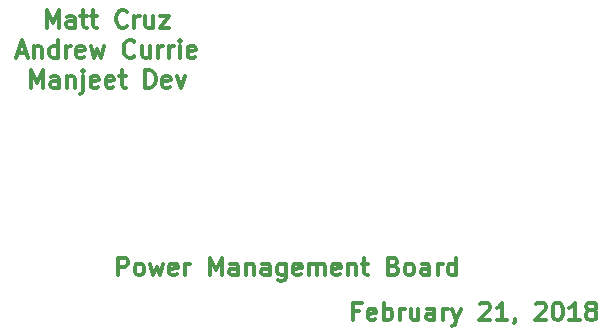
<source format=gbr>
G04 #@! TF.GenerationSoftware,KiCad,Pcbnew,(5.0.1)-3*
G04 #@! TF.CreationDate,2019-02-21T23:49:24-07:00*
G04 #@! TF.ProjectId,PowerManagement2019,506F7765724D616E6167656D656E7432,rev?*
G04 #@! TF.SameCoordinates,Original*
G04 #@! TF.FileFunction,Paste,Bot*
G04 #@! TF.FilePolarity,Positive*
%FSLAX46Y46*%
G04 Gerber Fmt 4.6, Leading zero omitted, Abs format (unit mm)*
G04 Created by KiCad (PCBNEW (5.0.1)-3) date 2019-02-21 11:49:24 PM*
%MOMM*%
%LPD*%
G01*
G04 APERTURE LIST*
%ADD10C,0.300000*%
G04 APERTURE END LIST*
D10*
X207420000Y-192932857D02*
X206920000Y-192932857D01*
X206920000Y-193718571D02*
X206920000Y-192218571D01*
X207634285Y-192218571D01*
X208777142Y-193647142D02*
X208634285Y-193718571D01*
X208348571Y-193718571D01*
X208205714Y-193647142D01*
X208134285Y-193504285D01*
X208134285Y-192932857D01*
X208205714Y-192790000D01*
X208348571Y-192718571D01*
X208634285Y-192718571D01*
X208777142Y-192790000D01*
X208848571Y-192932857D01*
X208848571Y-193075714D01*
X208134285Y-193218571D01*
X209491428Y-193718571D02*
X209491428Y-192218571D01*
X209491428Y-192790000D02*
X209634285Y-192718571D01*
X209920000Y-192718571D01*
X210062857Y-192790000D01*
X210134285Y-192861428D01*
X210205714Y-193004285D01*
X210205714Y-193432857D01*
X210134285Y-193575714D01*
X210062857Y-193647142D01*
X209920000Y-193718571D01*
X209634285Y-193718571D01*
X209491428Y-193647142D01*
X210848571Y-193718571D02*
X210848571Y-192718571D01*
X210848571Y-193004285D02*
X210920000Y-192861428D01*
X210991428Y-192790000D01*
X211134285Y-192718571D01*
X211277142Y-192718571D01*
X212420000Y-192718571D02*
X212420000Y-193718571D01*
X211777142Y-192718571D02*
X211777142Y-193504285D01*
X211848571Y-193647142D01*
X211991428Y-193718571D01*
X212205714Y-193718571D01*
X212348571Y-193647142D01*
X212420000Y-193575714D01*
X213777142Y-193718571D02*
X213777142Y-192932857D01*
X213705714Y-192790000D01*
X213562857Y-192718571D01*
X213277142Y-192718571D01*
X213134285Y-192790000D01*
X213777142Y-193647142D02*
X213634285Y-193718571D01*
X213277142Y-193718571D01*
X213134285Y-193647142D01*
X213062857Y-193504285D01*
X213062857Y-193361428D01*
X213134285Y-193218571D01*
X213277142Y-193147142D01*
X213634285Y-193147142D01*
X213777142Y-193075714D01*
X214491428Y-193718571D02*
X214491428Y-192718571D01*
X214491428Y-193004285D02*
X214562857Y-192861428D01*
X214634285Y-192790000D01*
X214777142Y-192718571D01*
X214920000Y-192718571D01*
X215277142Y-192718571D02*
X215634285Y-193718571D01*
X215991428Y-192718571D02*
X215634285Y-193718571D01*
X215491428Y-194075714D01*
X215420000Y-194147142D01*
X215277142Y-194218571D01*
X217634285Y-192361428D02*
X217705714Y-192290000D01*
X217848571Y-192218571D01*
X218205714Y-192218571D01*
X218348571Y-192290000D01*
X218420000Y-192361428D01*
X218491428Y-192504285D01*
X218491428Y-192647142D01*
X218420000Y-192861428D01*
X217562857Y-193718571D01*
X218491428Y-193718571D01*
X219920000Y-193718571D02*
X219062857Y-193718571D01*
X219491428Y-193718571D02*
X219491428Y-192218571D01*
X219348571Y-192432857D01*
X219205714Y-192575714D01*
X219062857Y-192647142D01*
X220634285Y-193647142D02*
X220634285Y-193718571D01*
X220562857Y-193861428D01*
X220491428Y-193932857D01*
X222348571Y-192361428D02*
X222420000Y-192290000D01*
X222562857Y-192218571D01*
X222920000Y-192218571D01*
X223062857Y-192290000D01*
X223134285Y-192361428D01*
X223205714Y-192504285D01*
X223205714Y-192647142D01*
X223134285Y-192861428D01*
X222277142Y-193718571D01*
X223205714Y-193718571D01*
X224134285Y-192218571D02*
X224277142Y-192218571D01*
X224420000Y-192290000D01*
X224491428Y-192361428D01*
X224562857Y-192504285D01*
X224634285Y-192790000D01*
X224634285Y-193147142D01*
X224562857Y-193432857D01*
X224491428Y-193575714D01*
X224420000Y-193647142D01*
X224277142Y-193718571D01*
X224134285Y-193718571D01*
X223991428Y-193647142D01*
X223920000Y-193575714D01*
X223848571Y-193432857D01*
X223777142Y-193147142D01*
X223777142Y-192790000D01*
X223848571Y-192504285D01*
X223920000Y-192361428D01*
X223991428Y-192290000D01*
X224134285Y-192218571D01*
X226062857Y-193718571D02*
X225205714Y-193718571D01*
X225634285Y-193718571D02*
X225634285Y-192218571D01*
X225491428Y-192432857D01*
X225348571Y-192575714D01*
X225205714Y-192647142D01*
X226920000Y-192861428D02*
X226777142Y-192790000D01*
X226705714Y-192718571D01*
X226634285Y-192575714D01*
X226634285Y-192504285D01*
X226705714Y-192361428D01*
X226777142Y-192290000D01*
X226920000Y-192218571D01*
X227205714Y-192218571D01*
X227348571Y-192290000D01*
X227420000Y-192361428D01*
X227491428Y-192504285D01*
X227491428Y-192575714D01*
X227420000Y-192718571D01*
X227348571Y-192790000D01*
X227205714Y-192861428D01*
X226920000Y-192861428D01*
X226777142Y-192932857D01*
X226705714Y-193004285D01*
X226634285Y-193147142D01*
X226634285Y-193432857D01*
X226705714Y-193575714D01*
X226777142Y-193647142D01*
X226920000Y-193718571D01*
X227205714Y-193718571D01*
X227348571Y-193647142D01*
X227420000Y-193575714D01*
X227491428Y-193432857D01*
X227491428Y-193147142D01*
X227420000Y-193004285D01*
X227348571Y-192932857D01*
X227205714Y-192861428D01*
X186973571Y-189908571D02*
X186973571Y-188408571D01*
X187545000Y-188408571D01*
X187687857Y-188480000D01*
X187759285Y-188551428D01*
X187830714Y-188694285D01*
X187830714Y-188908571D01*
X187759285Y-189051428D01*
X187687857Y-189122857D01*
X187545000Y-189194285D01*
X186973571Y-189194285D01*
X188687857Y-189908571D02*
X188545000Y-189837142D01*
X188473571Y-189765714D01*
X188402142Y-189622857D01*
X188402142Y-189194285D01*
X188473571Y-189051428D01*
X188545000Y-188980000D01*
X188687857Y-188908571D01*
X188902142Y-188908571D01*
X189045000Y-188980000D01*
X189116428Y-189051428D01*
X189187857Y-189194285D01*
X189187857Y-189622857D01*
X189116428Y-189765714D01*
X189045000Y-189837142D01*
X188902142Y-189908571D01*
X188687857Y-189908571D01*
X189687857Y-188908571D02*
X189973571Y-189908571D01*
X190259285Y-189194285D01*
X190545000Y-189908571D01*
X190830714Y-188908571D01*
X191973571Y-189837142D02*
X191830714Y-189908571D01*
X191545000Y-189908571D01*
X191402142Y-189837142D01*
X191330714Y-189694285D01*
X191330714Y-189122857D01*
X191402142Y-188980000D01*
X191545000Y-188908571D01*
X191830714Y-188908571D01*
X191973571Y-188980000D01*
X192045000Y-189122857D01*
X192045000Y-189265714D01*
X191330714Y-189408571D01*
X192687857Y-189908571D02*
X192687857Y-188908571D01*
X192687857Y-189194285D02*
X192759285Y-189051428D01*
X192830714Y-188980000D01*
X192973571Y-188908571D01*
X193116428Y-188908571D01*
X194759285Y-189908571D02*
X194759285Y-188408571D01*
X195259285Y-189480000D01*
X195759285Y-188408571D01*
X195759285Y-189908571D01*
X197116428Y-189908571D02*
X197116428Y-189122857D01*
X197045000Y-188980000D01*
X196902142Y-188908571D01*
X196616428Y-188908571D01*
X196473571Y-188980000D01*
X197116428Y-189837142D02*
X196973571Y-189908571D01*
X196616428Y-189908571D01*
X196473571Y-189837142D01*
X196402142Y-189694285D01*
X196402142Y-189551428D01*
X196473571Y-189408571D01*
X196616428Y-189337142D01*
X196973571Y-189337142D01*
X197116428Y-189265714D01*
X197830714Y-188908571D02*
X197830714Y-189908571D01*
X197830714Y-189051428D02*
X197902142Y-188980000D01*
X198045000Y-188908571D01*
X198259285Y-188908571D01*
X198402142Y-188980000D01*
X198473571Y-189122857D01*
X198473571Y-189908571D01*
X199830714Y-189908571D02*
X199830714Y-189122857D01*
X199759285Y-188980000D01*
X199616428Y-188908571D01*
X199330714Y-188908571D01*
X199187857Y-188980000D01*
X199830714Y-189837142D02*
X199687857Y-189908571D01*
X199330714Y-189908571D01*
X199187857Y-189837142D01*
X199116428Y-189694285D01*
X199116428Y-189551428D01*
X199187857Y-189408571D01*
X199330714Y-189337142D01*
X199687857Y-189337142D01*
X199830714Y-189265714D01*
X201187857Y-188908571D02*
X201187857Y-190122857D01*
X201116428Y-190265714D01*
X201045000Y-190337142D01*
X200902142Y-190408571D01*
X200687857Y-190408571D01*
X200545000Y-190337142D01*
X201187857Y-189837142D02*
X201045000Y-189908571D01*
X200759285Y-189908571D01*
X200616428Y-189837142D01*
X200545000Y-189765714D01*
X200473571Y-189622857D01*
X200473571Y-189194285D01*
X200545000Y-189051428D01*
X200616428Y-188980000D01*
X200759285Y-188908571D01*
X201045000Y-188908571D01*
X201187857Y-188980000D01*
X202473571Y-189837142D02*
X202330714Y-189908571D01*
X202045000Y-189908571D01*
X201902142Y-189837142D01*
X201830714Y-189694285D01*
X201830714Y-189122857D01*
X201902142Y-188980000D01*
X202045000Y-188908571D01*
X202330714Y-188908571D01*
X202473571Y-188980000D01*
X202545000Y-189122857D01*
X202545000Y-189265714D01*
X201830714Y-189408571D01*
X203187857Y-189908571D02*
X203187857Y-188908571D01*
X203187857Y-189051428D02*
X203259285Y-188980000D01*
X203402142Y-188908571D01*
X203616428Y-188908571D01*
X203759285Y-188980000D01*
X203830714Y-189122857D01*
X203830714Y-189908571D01*
X203830714Y-189122857D02*
X203902142Y-188980000D01*
X204045000Y-188908571D01*
X204259285Y-188908571D01*
X204402142Y-188980000D01*
X204473571Y-189122857D01*
X204473571Y-189908571D01*
X205759285Y-189837142D02*
X205616428Y-189908571D01*
X205330714Y-189908571D01*
X205187857Y-189837142D01*
X205116428Y-189694285D01*
X205116428Y-189122857D01*
X205187857Y-188980000D01*
X205330714Y-188908571D01*
X205616428Y-188908571D01*
X205759285Y-188980000D01*
X205830714Y-189122857D01*
X205830714Y-189265714D01*
X205116428Y-189408571D01*
X206473571Y-188908571D02*
X206473571Y-189908571D01*
X206473571Y-189051428D02*
X206545000Y-188980000D01*
X206687857Y-188908571D01*
X206902142Y-188908571D01*
X207045000Y-188980000D01*
X207116428Y-189122857D01*
X207116428Y-189908571D01*
X207616428Y-188908571D02*
X208187857Y-188908571D01*
X207830714Y-188408571D02*
X207830714Y-189694285D01*
X207902142Y-189837142D01*
X208045000Y-189908571D01*
X208187857Y-189908571D01*
X210330714Y-189122857D02*
X210545000Y-189194285D01*
X210616428Y-189265714D01*
X210687857Y-189408571D01*
X210687857Y-189622857D01*
X210616428Y-189765714D01*
X210545000Y-189837142D01*
X210402142Y-189908571D01*
X209830714Y-189908571D01*
X209830714Y-188408571D01*
X210330714Y-188408571D01*
X210473571Y-188480000D01*
X210545000Y-188551428D01*
X210616428Y-188694285D01*
X210616428Y-188837142D01*
X210545000Y-188980000D01*
X210473571Y-189051428D01*
X210330714Y-189122857D01*
X209830714Y-189122857D01*
X211545000Y-189908571D02*
X211402142Y-189837142D01*
X211330714Y-189765714D01*
X211259285Y-189622857D01*
X211259285Y-189194285D01*
X211330714Y-189051428D01*
X211402142Y-188980000D01*
X211545000Y-188908571D01*
X211759285Y-188908571D01*
X211902142Y-188980000D01*
X211973571Y-189051428D01*
X212045000Y-189194285D01*
X212045000Y-189622857D01*
X211973571Y-189765714D01*
X211902142Y-189837142D01*
X211759285Y-189908571D01*
X211545000Y-189908571D01*
X213330714Y-189908571D02*
X213330714Y-189122857D01*
X213259285Y-188980000D01*
X213116428Y-188908571D01*
X212830714Y-188908571D01*
X212687857Y-188980000D01*
X213330714Y-189837142D02*
X213187857Y-189908571D01*
X212830714Y-189908571D01*
X212687857Y-189837142D01*
X212616428Y-189694285D01*
X212616428Y-189551428D01*
X212687857Y-189408571D01*
X212830714Y-189337142D01*
X213187857Y-189337142D01*
X213330714Y-189265714D01*
X214045000Y-189908571D02*
X214045000Y-188908571D01*
X214045000Y-189194285D02*
X214116428Y-189051428D01*
X214187857Y-188980000D01*
X214330714Y-188908571D01*
X214473571Y-188908571D01*
X215616428Y-189908571D02*
X215616428Y-188408571D01*
X215616428Y-189837142D02*
X215473571Y-189908571D01*
X215187857Y-189908571D01*
X215045000Y-189837142D01*
X214973571Y-189765714D01*
X214902142Y-189622857D01*
X214902142Y-189194285D01*
X214973571Y-189051428D01*
X215045000Y-188980000D01*
X215187857Y-188908571D01*
X215473571Y-188908571D01*
X215616428Y-188980000D01*
X180947857Y-168943571D02*
X180947857Y-167443571D01*
X181447857Y-168515000D01*
X181947857Y-167443571D01*
X181947857Y-168943571D01*
X183305000Y-168943571D02*
X183305000Y-168157857D01*
X183233571Y-168015000D01*
X183090714Y-167943571D01*
X182805000Y-167943571D01*
X182662142Y-168015000D01*
X183305000Y-168872142D02*
X183162142Y-168943571D01*
X182805000Y-168943571D01*
X182662142Y-168872142D01*
X182590714Y-168729285D01*
X182590714Y-168586428D01*
X182662142Y-168443571D01*
X182805000Y-168372142D01*
X183162142Y-168372142D01*
X183305000Y-168300714D01*
X183805000Y-167943571D02*
X184376428Y-167943571D01*
X184019285Y-167443571D02*
X184019285Y-168729285D01*
X184090714Y-168872142D01*
X184233571Y-168943571D01*
X184376428Y-168943571D01*
X184662142Y-167943571D02*
X185233571Y-167943571D01*
X184876428Y-167443571D02*
X184876428Y-168729285D01*
X184947857Y-168872142D01*
X185090714Y-168943571D01*
X185233571Y-168943571D01*
X187733571Y-168800714D02*
X187662142Y-168872142D01*
X187447857Y-168943571D01*
X187305000Y-168943571D01*
X187090714Y-168872142D01*
X186947857Y-168729285D01*
X186876428Y-168586428D01*
X186805000Y-168300714D01*
X186805000Y-168086428D01*
X186876428Y-167800714D01*
X186947857Y-167657857D01*
X187090714Y-167515000D01*
X187305000Y-167443571D01*
X187447857Y-167443571D01*
X187662142Y-167515000D01*
X187733571Y-167586428D01*
X188376428Y-168943571D02*
X188376428Y-167943571D01*
X188376428Y-168229285D02*
X188447857Y-168086428D01*
X188519285Y-168015000D01*
X188662142Y-167943571D01*
X188805000Y-167943571D01*
X189947857Y-167943571D02*
X189947857Y-168943571D01*
X189305000Y-167943571D02*
X189305000Y-168729285D01*
X189376428Y-168872142D01*
X189519285Y-168943571D01*
X189733571Y-168943571D01*
X189876428Y-168872142D01*
X189947857Y-168800714D01*
X190519285Y-167943571D02*
X191305000Y-167943571D01*
X190519285Y-168943571D01*
X191305000Y-168943571D01*
X178519285Y-171065000D02*
X179233571Y-171065000D01*
X178376428Y-171493571D02*
X178876428Y-169993571D01*
X179376428Y-171493571D01*
X179876428Y-170493571D02*
X179876428Y-171493571D01*
X179876428Y-170636428D02*
X179947857Y-170565000D01*
X180090714Y-170493571D01*
X180305000Y-170493571D01*
X180447857Y-170565000D01*
X180519285Y-170707857D01*
X180519285Y-171493571D01*
X181876428Y-171493571D02*
X181876428Y-169993571D01*
X181876428Y-171422142D02*
X181733571Y-171493571D01*
X181447857Y-171493571D01*
X181305000Y-171422142D01*
X181233571Y-171350714D01*
X181162142Y-171207857D01*
X181162142Y-170779285D01*
X181233571Y-170636428D01*
X181305000Y-170565000D01*
X181447857Y-170493571D01*
X181733571Y-170493571D01*
X181876428Y-170565000D01*
X182590714Y-171493571D02*
X182590714Y-170493571D01*
X182590714Y-170779285D02*
X182662142Y-170636428D01*
X182733571Y-170565000D01*
X182876428Y-170493571D01*
X183019285Y-170493571D01*
X184090714Y-171422142D02*
X183947857Y-171493571D01*
X183662142Y-171493571D01*
X183519285Y-171422142D01*
X183447857Y-171279285D01*
X183447857Y-170707857D01*
X183519285Y-170565000D01*
X183662142Y-170493571D01*
X183947857Y-170493571D01*
X184090714Y-170565000D01*
X184162142Y-170707857D01*
X184162142Y-170850714D01*
X183447857Y-170993571D01*
X184662142Y-170493571D02*
X184947857Y-171493571D01*
X185233571Y-170779285D01*
X185519285Y-171493571D01*
X185805000Y-170493571D01*
X188376428Y-171350714D02*
X188305000Y-171422142D01*
X188090714Y-171493571D01*
X187947857Y-171493571D01*
X187733571Y-171422142D01*
X187590714Y-171279285D01*
X187519285Y-171136428D01*
X187447857Y-170850714D01*
X187447857Y-170636428D01*
X187519285Y-170350714D01*
X187590714Y-170207857D01*
X187733571Y-170065000D01*
X187947857Y-169993571D01*
X188090714Y-169993571D01*
X188305000Y-170065000D01*
X188376428Y-170136428D01*
X189662142Y-170493571D02*
X189662142Y-171493571D01*
X189019285Y-170493571D02*
X189019285Y-171279285D01*
X189090714Y-171422142D01*
X189233571Y-171493571D01*
X189447857Y-171493571D01*
X189590714Y-171422142D01*
X189662142Y-171350714D01*
X190376428Y-171493571D02*
X190376428Y-170493571D01*
X190376428Y-170779285D02*
X190447857Y-170636428D01*
X190519285Y-170565000D01*
X190662142Y-170493571D01*
X190805000Y-170493571D01*
X191305000Y-171493571D02*
X191305000Y-170493571D01*
X191305000Y-170779285D02*
X191376428Y-170636428D01*
X191447857Y-170565000D01*
X191590714Y-170493571D01*
X191733571Y-170493571D01*
X192233571Y-171493571D02*
X192233571Y-170493571D01*
X192233571Y-169993571D02*
X192162142Y-170065000D01*
X192233571Y-170136428D01*
X192305000Y-170065000D01*
X192233571Y-169993571D01*
X192233571Y-170136428D01*
X193519285Y-171422142D02*
X193376428Y-171493571D01*
X193090714Y-171493571D01*
X192947857Y-171422142D01*
X192876428Y-171279285D01*
X192876428Y-170707857D01*
X192947857Y-170565000D01*
X193090714Y-170493571D01*
X193376428Y-170493571D01*
X193519285Y-170565000D01*
X193590714Y-170707857D01*
X193590714Y-170850714D01*
X192876428Y-170993571D01*
X179590714Y-174043571D02*
X179590714Y-172543571D01*
X180090714Y-173615000D01*
X180590714Y-172543571D01*
X180590714Y-174043571D01*
X181947857Y-174043571D02*
X181947857Y-173257857D01*
X181876428Y-173115000D01*
X181733571Y-173043571D01*
X181447857Y-173043571D01*
X181305000Y-173115000D01*
X181947857Y-173972142D02*
X181805000Y-174043571D01*
X181447857Y-174043571D01*
X181305000Y-173972142D01*
X181233571Y-173829285D01*
X181233571Y-173686428D01*
X181305000Y-173543571D01*
X181447857Y-173472142D01*
X181805000Y-173472142D01*
X181947857Y-173400714D01*
X182662142Y-173043571D02*
X182662142Y-174043571D01*
X182662142Y-173186428D02*
X182733571Y-173115000D01*
X182876428Y-173043571D01*
X183090714Y-173043571D01*
X183233571Y-173115000D01*
X183305000Y-173257857D01*
X183305000Y-174043571D01*
X184019285Y-173043571D02*
X184019285Y-174329285D01*
X183947857Y-174472142D01*
X183805000Y-174543571D01*
X183733571Y-174543571D01*
X184019285Y-172543571D02*
X183947857Y-172615000D01*
X184019285Y-172686428D01*
X184090714Y-172615000D01*
X184019285Y-172543571D01*
X184019285Y-172686428D01*
X185305000Y-173972142D02*
X185162142Y-174043571D01*
X184876428Y-174043571D01*
X184733571Y-173972142D01*
X184662142Y-173829285D01*
X184662142Y-173257857D01*
X184733571Y-173115000D01*
X184876428Y-173043571D01*
X185162142Y-173043571D01*
X185305000Y-173115000D01*
X185376428Y-173257857D01*
X185376428Y-173400714D01*
X184662142Y-173543571D01*
X186590714Y-173972142D02*
X186447857Y-174043571D01*
X186162142Y-174043571D01*
X186019285Y-173972142D01*
X185947857Y-173829285D01*
X185947857Y-173257857D01*
X186019285Y-173115000D01*
X186162142Y-173043571D01*
X186447857Y-173043571D01*
X186590714Y-173115000D01*
X186662142Y-173257857D01*
X186662142Y-173400714D01*
X185947857Y-173543571D01*
X187090714Y-173043571D02*
X187662142Y-173043571D01*
X187305000Y-172543571D02*
X187305000Y-173829285D01*
X187376428Y-173972142D01*
X187519285Y-174043571D01*
X187662142Y-174043571D01*
X189305000Y-174043571D02*
X189305000Y-172543571D01*
X189662142Y-172543571D01*
X189876428Y-172615000D01*
X190019285Y-172757857D01*
X190090714Y-172900714D01*
X190162142Y-173186428D01*
X190162142Y-173400714D01*
X190090714Y-173686428D01*
X190019285Y-173829285D01*
X189876428Y-173972142D01*
X189662142Y-174043571D01*
X189305000Y-174043571D01*
X191376428Y-173972142D02*
X191233571Y-174043571D01*
X190947857Y-174043571D01*
X190805000Y-173972142D01*
X190733571Y-173829285D01*
X190733571Y-173257857D01*
X190805000Y-173115000D01*
X190947857Y-173043571D01*
X191233571Y-173043571D01*
X191376428Y-173115000D01*
X191447857Y-173257857D01*
X191447857Y-173400714D01*
X190733571Y-173543571D01*
X191947857Y-173043571D02*
X192305000Y-174043571D01*
X192662142Y-173043571D01*
M02*

</source>
